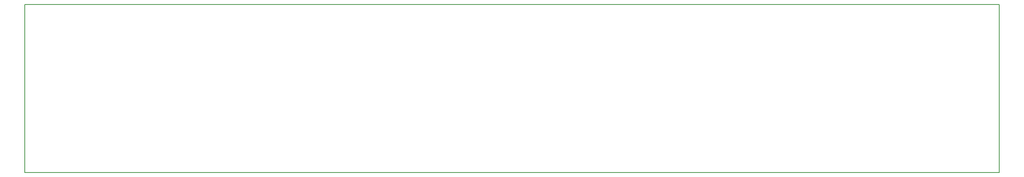
<source format=gm1>
G04 #@! TF.GenerationSoftware,KiCad,Pcbnew,7.0.7-7.0.7~ubuntu22.04.1*
G04 #@! TF.CreationDate,2023-09-23T23:40:23+02:00*
G04 #@! TF.ProjectId,Distrib,44697374-7269-4622-9e6b-696361645f70,rev?*
G04 #@! TF.SameCoordinates,Original*
G04 #@! TF.FileFunction,Profile,NP*
%FSLAX46Y46*%
G04 Gerber Fmt 4.6, Leading zero omitted, Abs format (unit mm)*
G04 Created by KiCad (PCBNEW 7.0.7-7.0.7~ubuntu22.04.1) date 2023-09-23 23:40:23*
%MOMM*%
%LPD*%
G01*
G04 APERTURE LIST*
G04 #@! TA.AperFunction,Profile*
%ADD10C,0.150000*%
G04 #@! TD*
G04 APERTURE END LIST*
D10*
X251000000Y-52000000D02*
X31000000Y-52000000D01*
X251000000Y-52000000D02*
X251000000Y-90000000D01*
X31000000Y-90000000D02*
X251000000Y-90000000D01*
X31000000Y-52000000D02*
X31000000Y-90000000D01*
M02*

</source>
